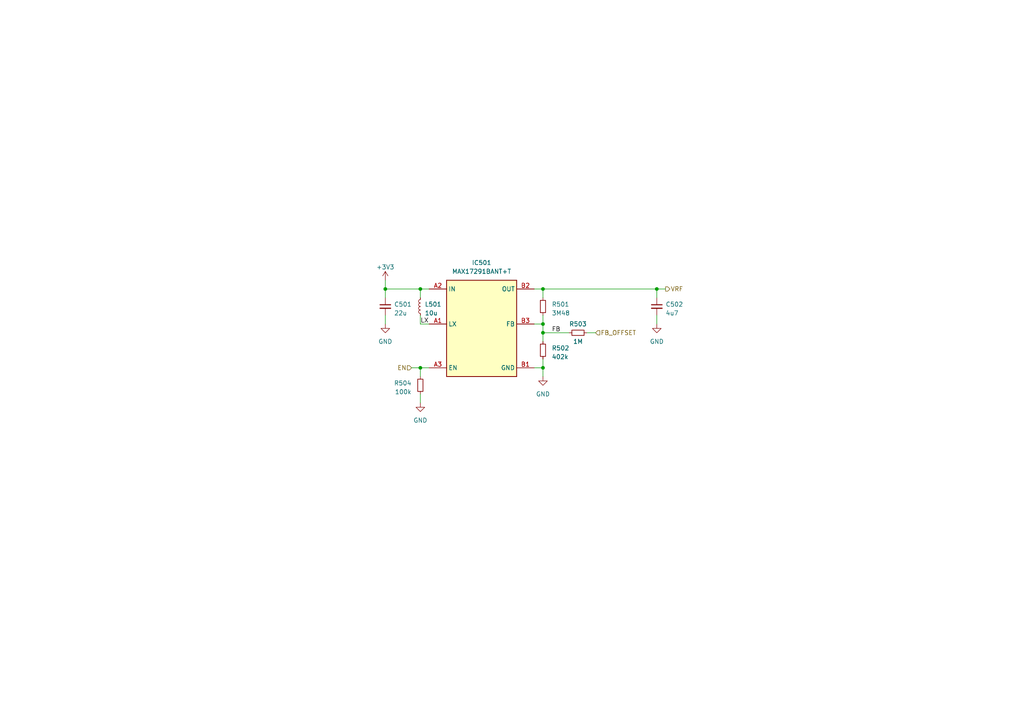
<source format=kicad_sch>
(kicad_sch (version 20230121) (generator eeschema)
  (paper "A4")
  (title_block (date "2024-01-02") (rev "1"))
  (lib_symbols
    (symbol "Device:C_Small" (pin_numbers hide) (pin_names (offset 0.254) hide)
      (property "Reference" "C" (at 0.254 1.778 0))
      (property "Value" "C_Small" (at 0.254 -2.032 0))
      (symbol "C_Small_0_1"
        (polyline (pts (xy -1.524 -0.508) (xy 1.524 -0.508)) (stroke (width 0.3302)))
        (polyline (pts (xy -1.524 0.508) (xy 1.524 0.508)) (stroke (width 0.3048)))
      )
      (symbol "C_Small_1_1"
        (pin passive line (at 0 2.54 270) (length 2.032) (name "~") (number "1"))
        (pin passive line (at 0 -2.54 90) (length 2.032) (name "~") (number "2"))
      )
    )
    (symbol "Device:L_Small" (pin_numbers hide) (pin_names (offset 0.254) hide)
      (property "Reference" "L" (at 0.762 1.016 0))
      (property "Value" "L_Small" (at 0.762 -1.016 0))
      (symbol "L_Small_0_1"
        (arc (start 0 -2.032) (mid 0.5058 -1.524) (end 0 -1.016))
        (arc (start 0 -1.016) (mid 0.5058 -0.508) (end 0 0))
        (arc (start 0 0) (mid 0.5058 0.508) (end 0 1.016))
        (arc (start 0 1.016) (mid 0.5058 1.524) (end 0 2.032))
      )
      (symbol "L_Small_1_1"
        (pin passive line (at 0 2.54 270) (length 0.508) (name "~") (number "1"))
        (pin passive line (at 0 -2.54 90) (length 0.508) (name "~") (number "2"))
      )
    )
    (symbol "Device:R_Small" (pin_numbers hide) (pin_names (offset 0.254) hide)
      (property "Reference" "R" (at 0.762 0.508 0))
      (property "Value" "R_Small" (at 0.762 -1.016 0))
      (symbol "R_Small_0_1"
        (rectangle (start -0.762 1.778) (end 0.762 -1.778) (stroke (width 0.2032)))
      )
      (symbol "R_Small_1_1"
        (pin passive line (at 0 2.54 270) (length 0.762) (name "~") (number "1"))
        (pin passive line (at 0 -2.54 90) (length 0.762) (name "~") (number "2"))
      )
    )
    (symbol "MAX17291BANT+T:MAX17291BANT+T"
      (property "Reference" "U" (at 0 17.78 0))
      (property "Value" "MAX17291BANT+T" (at 0 15.24 0))
      (symbol "MAX17291BANT+T_1_1"
        (rectangle (start -10.16 12.7) (end 10.16 -15.24) (stroke (width 0.254)) (fill (type background)))
        (pin passive line (at -15.24 0 0) (length 5.08) (name "LX") (number "A1"))
        (pin passive line (at -15.24 10.16 0) (length 5.08) (name "IN") (number "A2"))
        (pin passive line (at -15.24 -12.7 0) (length 5.08) (name "EN") (number "A3"))
        (pin passive line (at 15.24 -12.7 180) (length 5.08) (name "GND") (number "B1"))
        (pin passive line (at 15.24 10.16 180) (length 5.08) (name "OUT") (number "B2"))
        (pin passive line (at 15.24 0 180) (length 5.08) (name "FB") (number "B3"))
      )
    )
    (symbol "power:+3V3" (power) (pin_names (offset 0))
      (property "Value" "+3V3" (at 0 3.556 0))
      (symbol "+3V3_0_1"
        (polyline (pts (xy -0.762 1.27) (xy 0 2.54)))
        (polyline (pts (xy 0 0) (xy 0 2.54)))
        (polyline (pts (xy 0 2.54) (xy 0.762 1.27)))
      )
      (symbol "+3V3_1_1"
        (pin power_in line (at 0 0 90) (length 0) hide (name "+3V3") (number "1"))
      )
    )
    (symbol "power:GND" (power) (pin_names (offset 0))
      (property "Value" "GND" (at 0 -3.81 0))
      (symbol "GND_0_1"
        (polyline (pts (xy 0 0) (xy 0 -1.27) (xy 1.27 -1.27) (xy 0 -2.54) (xy -1.27 -1.27) (xy 0 -1.27)))
      )
      (symbol "GND_1_1"
        (pin power_in line (at 0 0 270) (length 0) hide (name "GND") (number "1"))
      )
    )
  )
  (junction (at 157.48 83.82))
  (junction (at 157.48 106.68))
  (junction (at 190.5 83.82))
  (junction (at 121.92 106.68))
  (junction (at 111.76 83.82))
  (junction (at 157.48 96.52))
  (junction (at 157.48 93.98))
  (junction (at 121.92 83.82))
  (wire (pts (xy 121.92 86.36) (xy 121.92 83.82)))
  (wire (pts (xy 172.72 96.52) (xy 170.18 96.52)))
  (wire (pts (xy 111.76 81.28) (xy 111.76 83.82)))
  (wire (pts (xy 190.5 83.82) (xy 190.5 86.36)))
  (wire (pts (xy 121.92 91.44) (xy 121.92 93.98)))
  (wire (pts (xy 121.92 106.68) (xy 124.46 106.68)))
  (wire (pts (xy 190.5 83.82) (xy 193.04 83.82)))
  (wire (pts (xy 121.92 114.3) (xy 121.92 116.84)))
  (wire (pts (xy 154.94 106.68) (xy 157.48 106.68)))
  (wire (pts (xy 157.48 96.52) (xy 157.48 99.06)))
  (wire (pts (xy 157.48 91.44) (xy 157.48 93.98)))
  (wire (pts (xy 154.94 83.82) (xy 157.48 83.82)))
  (wire (pts (xy 157.48 106.68) (xy 157.48 109.22)))
  (wire (pts (xy 121.92 83.82) (xy 124.46 83.82)))
  (wire (pts (xy 111.76 91.44) (xy 111.76 93.98)))
  (wire (pts (xy 121.92 106.68) (xy 121.92 109.22)))
  (wire (pts (xy 190.5 91.44) (xy 190.5 93.98)))
  (wire (pts (xy 157.48 96.52) (xy 165.1 96.52)))
  (wire (pts (xy 157.48 83.82) (xy 190.5 83.82)))
  (wire (pts (xy 157.48 83.82) (xy 157.48 86.36)))
  (wire (pts (xy 154.94 93.98) (xy 157.48 93.98)))
  (wire (pts (xy 111.76 86.36) (xy 111.76 83.82)))
  (wire (pts (xy 121.92 93.98) (xy 124.46 93.98)))
  (wire (pts (xy 111.76 83.82) (xy 121.92 83.82)))
  (wire (pts (xy 119.38 106.68) (xy 121.92 106.68)))
  (wire (pts (xy 157.48 104.14) (xy 157.48 106.68)))
  (wire (pts (xy 157.48 93.98) (xy 157.48 96.52)))
  (label "FB" (at 160.02 96.52 0))
  (label "LX" (at 121.92 93.98 0))
  (hierarchical_label "VRF" (shape output) (at 193.04 83.82 0))
  (hierarchical_label "FB_OFFSET" (shape input) (at 172.72 96.52 0))
  (hierarchical_label "EN" (shape input) (at 119.38 106.68 180))
  (symbol (lib_id "Device:L_Small") (at 121.92 88.9 0) (mirror y) (unit 1)
    (property "Reference" "L501" (at 123.19 88.265 0) (effects (justify right)))
    (property "Value" "10u" (at 123.19 90.805 0) (effects (justify right)))
    (property "Footprint" "Inductor_SMD:L_TDK_MLZ1608" (effects hide))
  )
  (symbol (lib_id "Device:R_Small") (at 167.64 96.52 90) (unit 1)
    (property "Reference" "R503" (at 167.64 93.98 90))
    (property "Value" "1M" (at 167.64 99.06 90))
    (property "Footprint" "Resistor_SMD:R_0402_1005Metric" (effects hide))
  )
  (symbol (lib_id "power:GND") (at 190.5 93.98 0) (unit 1)
    (property "Reference" "#PWR0503" (effects hide))
    (property "Value" "GND" (at 190.5 99.06 0))
  )
  (symbol (lib_id "Device:R_Small") (at 157.48 88.9 0) (unit 1)
    (property "Reference" "R501" (at 160.02 88.265 0) (effects (justify left)))
    (property "Value" "3M48" (at 160.02 90.805 0) (effects (justify left)))
    (property "Footprint" "Resistor_SMD:R_0402_1005Metric" (effects hide))
  )
  (symbol (lib_id "power:+3V3") (at 111.76 81.28 0) (unit 1)
    (property "Reference" "#PWR0501" (effects hide))
    (property "Value" "+3V3" (at 111.76 77.47 0))
  )
  (symbol (lib_id "MAX17291BANT+T:MAX17291BANT+T") (at 139.7 93.98 0) (unit 1)
    (property "Reference" "IC501" (at 139.7 76.2 0))
    (property "Value" "MAX17291BANT+T" (at 139.7 78.74 0))
    (property "Footprint" "watch_footprints:BGA6C40P3X2_127X87X50" (effects hide))
    (property "Datasheet" "https://www.analog.com/media/en/technical-documentation/data-sheets/MAX17291B.pdf" (effects hide))
    (property "Height" "0.5" (effects hide))
    (property "Mouser Part Number" "700-MAX17291BANT+T" (effects hide))
    (property "Mouser Price/Stock" "https://www.mouser.co.uk/ProductDetail/Maxim-Integrated/MAX17291BANT%2bT?qs=doiCPypUmgETSyGK3grjdw%3D%3D" (effects hide))
    (property "Manufacturer_Name" "Analog Devices" (effects hide))
    (property "Manufacturer_Part_Number" "MAX17291BANT+T" (effects hide))
  )
  (symbol (lib_id "Device:C_Small") (at 190.5 88.9 0) (unit 1)
    (property "Reference" "C502" (at 193.04 88.2713 0) (effects (justify left)))
    (property "Value" "4u7" (at 193.04 90.8113 0) (effects (justify left)))
    (property "Footprint" "Capacitor_SMD:C_0402_1005Metric" (effects hide))
  )
  (symbol (lib_id "power:GND") (at 157.48 109.22 0) (unit 1)
    (property "Reference" "#PWR0502" (effects hide))
    (property "Value" "GND" (at 157.48 114.3 0))
  )
  (symbol (lib_id "power:GND") (at 111.76 93.98 0) (unit 1)
    (property "Reference" "#PWR0504" (effects hide))
    (property "Value" "GND" (at 111.76 99.06 0))
  )
  (symbol (lib_id "Device:R_Small") (at 121.92 111.76 0) (mirror y) (unit 1)
    (property "Reference" "R504" (at 119.38 111.125 0) (effects (justify left)))
    (property "Value" "100k" (at 119.38 113.665 0) (effects (justify left)))
    (property "Footprint" "Resistor_SMD:R_0402_1005Metric" (effects hide))
  )
  (symbol (lib_id "power:GND") (at 121.92 116.84 0) (unit 1)
    (property "Reference" "#PWR0505" (effects hide))
    (property "Value" "GND" (at 121.92 121.92 0))
  )
  (symbol (lib_id "Device:C_Small") (at 111.76 88.9 0) (unit 1)
    (property "Reference" "C501" (at 114.3 88.2713 0) (effects (justify left)))
    (property "Value" "22u" (at 114.3 90.8113 0) (effects (justify left)))
    (property "Footprint" "Capacitor_SMD:C_0402_1005Metric" (effects hide))
  )
  (symbol (lib_id "Device:R_Small") (at 157.48 101.6 0) (unit 1)
    (property "Reference" "R502" (at 160.02 100.965 0) (effects (justify left)))
    (property "Value" "402k" (at 160.02 103.505 0) (effects (justify left)))
    (property "Footprint" "Resistor_SMD:R_0402_1005Metric" (effects hide))
  )
)
</source>
